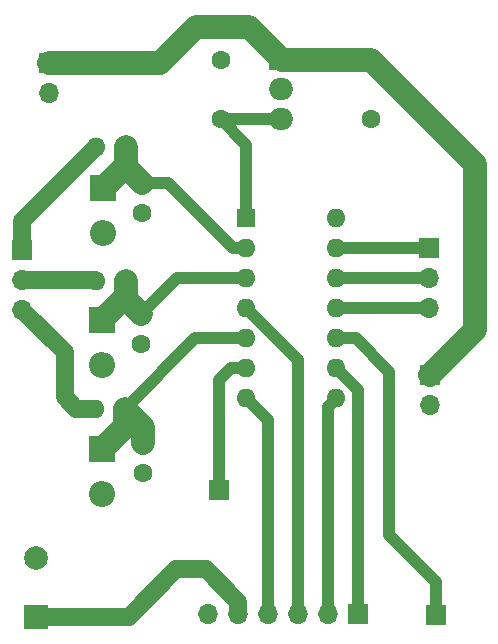
<source format=gbl>
G04 #@! TF.GenerationSoftware,KiCad,Pcbnew,7.0.7*
G04 #@! TF.CreationDate,2023-09-08T10:26:21-07:00*
G04 #@! TF.ProjectId,TailLights,5461696c-4c69-4676-9874-732e6b696361,rev?*
G04 #@! TF.SameCoordinates,Original*
G04 #@! TF.FileFunction,Copper,L2,Bot*
G04 #@! TF.FilePolarity,Positive*
%FSLAX46Y46*%
G04 Gerber Fmt 4.6, Leading zero omitted, Abs format (unit mm)*
G04 Created by KiCad (PCBNEW 7.0.7) date 2023-09-08 10:26:21*
%MOMM*%
%LPD*%
G01*
G04 APERTURE LIST*
G04 #@! TA.AperFunction,ComponentPad*
%ADD10C,1.600000*%
G04 #@! TD*
G04 #@! TA.AperFunction,ComponentPad*
%ADD11O,1.600000X1.600000*%
G04 #@! TD*
G04 #@! TA.AperFunction,ComponentPad*
%ADD12R,1.700000X1.700000*%
G04 #@! TD*
G04 #@! TA.AperFunction,ComponentPad*
%ADD13O,1.700000X1.700000*%
G04 #@! TD*
G04 #@! TA.AperFunction,ComponentPad*
%ADD14R,2.000000X2.000000*%
G04 #@! TD*
G04 #@! TA.AperFunction,ComponentPad*
%ADD15C,2.000000*%
G04 #@! TD*
G04 #@! TA.AperFunction,ComponentPad*
%ADD16R,1.600000X1.600000*%
G04 #@! TD*
G04 #@! TA.AperFunction,ComponentPad*
%ADD17R,2.000000X1.905000*%
G04 #@! TD*
G04 #@! TA.AperFunction,ComponentPad*
%ADD18O,2.000000X1.905000*%
G04 #@! TD*
G04 #@! TA.AperFunction,ComponentPad*
%ADD19R,2.200000X2.200000*%
G04 #@! TD*
G04 #@! TA.AperFunction,ComponentPad*
%ADD20O,2.200000X2.200000*%
G04 #@! TD*
G04 #@! TA.AperFunction,Conductor*
%ADD21C,1.000000*%
G04 #@! TD*
G04 #@! TA.AperFunction,Conductor*
%ADD22C,2.000000*%
G04 #@! TD*
G04 #@! TA.AperFunction,Conductor*
%ADD23C,1.500000*%
G04 #@! TD*
G04 APERTURE END LIST*
D10*
X69545200Y-63246000D03*
D11*
X69545200Y-60706000D03*
D10*
X68173600Y-68681601D03*
D11*
X65633600Y-68681601D03*
D12*
X87960600Y-86080200D03*
D13*
X85420600Y-86080200D03*
X82880600Y-86080200D03*
X80340600Y-86080200D03*
X77800600Y-86080200D03*
X75260600Y-86080200D03*
D10*
X68275200Y-57861200D03*
D11*
X65735200Y-57861200D03*
D12*
X94538800Y-86156800D03*
D10*
X69646800Y-52120800D03*
D11*
X69646800Y-49580800D03*
D14*
X60655200Y-86309200D03*
D15*
X60655200Y-81309200D03*
D16*
X78486000Y-52578000D03*
D11*
X78486000Y-55118000D03*
X78486000Y-57658000D03*
X78486000Y-60198000D03*
X78486000Y-62738000D03*
X78486000Y-65278000D03*
X78486000Y-67818000D03*
X86106000Y-67818000D03*
X86106000Y-65278000D03*
X86106000Y-62738000D03*
X86106000Y-60198000D03*
X86106000Y-57658000D03*
X86106000Y-55118000D03*
X86106000Y-52578000D03*
D10*
X76352400Y-44196000D03*
X76352400Y-39196000D03*
D17*
X81432400Y-39116000D03*
D18*
X81432400Y-41656000D03*
X81432400Y-44196000D03*
D10*
X68275200Y-46532800D03*
D11*
X65735200Y-46532800D03*
D12*
X61797800Y-39390000D03*
D13*
X61797800Y-41930000D03*
D19*
X66243200Y-72125218D03*
D20*
X66243200Y-75935218D03*
D12*
X76200000Y-75590400D03*
D10*
X69697600Y-74168001D03*
D11*
X69697600Y-71628001D03*
D19*
X66243200Y-61152417D03*
D20*
X66243200Y-64962417D03*
D12*
X59486800Y-55219600D03*
D13*
X59486800Y-57759600D03*
X59486800Y-60299600D03*
D12*
X94030800Y-65836800D03*
D13*
X94030800Y-68376800D03*
D19*
X66344800Y-50027217D03*
D20*
X66344800Y-53837217D03*
D12*
X93929200Y-55118000D03*
D13*
X93929200Y-57658000D03*
X93929200Y-60198000D03*
D10*
X89052400Y-39196000D03*
X89052400Y-44196000D03*
D21*
X81512400Y-39196000D02*
X81432400Y-39116000D01*
D22*
X71201600Y-39390000D02*
X61797800Y-39390000D01*
X74218800Y-36372800D02*
X71201600Y-39390000D01*
X81432400Y-39116000D02*
X78689200Y-36372800D01*
X89052400Y-39196000D02*
X81512400Y-39196000D01*
X97840800Y-47984400D02*
X89052400Y-39196000D01*
X78689200Y-36372800D02*
X74218800Y-36372800D01*
X97840800Y-62026800D02*
X97840800Y-47984400D01*
X94030800Y-65836800D02*
X97840800Y-62026800D01*
D21*
X78486000Y-52578000D02*
X78486000Y-46329600D01*
X78486000Y-46329600D02*
X76352400Y-44196000D01*
X81432400Y-44196000D02*
X76352400Y-44196000D01*
D23*
X68529200Y-86309200D02*
X72542400Y-82296000D01*
X75031600Y-82296000D02*
X77800600Y-85065000D01*
X72542400Y-82296000D02*
X75031600Y-82296000D01*
X77800600Y-85065000D02*
X77800600Y-86080200D01*
X60655200Y-86309200D02*
X68529200Y-86309200D01*
D21*
X77354630Y-55118000D02*
X71817430Y-49580800D01*
D22*
X68275200Y-46532800D02*
X68275200Y-48209200D01*
X66344800Y-50027217D02*
X68275200Y-48096817D01*
X68275200Y-48096817D02*
X68275200Y-46532800D01*
X68275200Y-48209200D02*
X69646800Y-49580800D01*
D21*
X78486000Y-55118000D02*
X77354630Y-55118000D01*
X71817430Y-49580800D02*
X69646800Y-49580800D01*
D22*
X66243200Y-61152417D02*
X68275200Y-59120417D01*
D21*
X72593200Y-57658000D02*
X69545200Y-60706000D01*
D22*
X68275200Y-59120417D02*
X68275200Y-57861200D01*
X68275200Y-57861200D02*
X68275200Y-59436000D01*
X68275200Y-59436000D02*
X69545200Y-60706000D01*
D21*
X78486000Y-57658000D02*
X72593200Y-57658000D01*
X78486000Y-62738000D02*
X74117201Y-62738000D01*
D22*
X69697600Y-70205601D02*
X68173600Y-68681601D01*
X69697600Y-71628001D02*
X69697600Y-70205601D01*
D21*
X74117201Y-62738000D02*
X68173600Y-68681601D01*
D22*
X66243200Y-72125218D02*
X68173600Y-70194818D01*
X68173600Y-70194818D02*
X68173600Y-68681601D01*
D23*
X59486800Y-52781200D02*
X65735200Y-46532800D01*
X59486800Y-55219600D02*
X59486800Y-52781200D01*
D21*
X65633600Y-57759600D02*
X65735200Y-57861200D01*
D23*
X59486800Y-57759600D02*
X65633600Y-57759600D01*
X63093600Y-67716400D02*
X64058801Y-68681601D01*
X64058801Y-68681601D02*
X65633600Y-68681601D01*
X59486800Y-60299600D02*
X63093600Y-63906400D01*
X63093600Y-63906400D02*
X63093600Y-67716400D01*
D21*
X82880600Y-64592600D02*
X78486000Y-60198000D01*
X82880600Y-86080200D02*
X82880600Y-64592600D01*
X80340600Y-86080200D02*
X80340600Y-69672600D01*
X80340600Y-69672600D02*
X78486000Y-67818000D01*
X85420600Y-86080200D02*
X85420600Y-68503400D01*
X85420600Y-68503400D02*
X86106000Y-67818000D01*
X87960600Y-67132600D02*
X86106000Y-65278000D01*
X87960600Y-86080200D02*
X87960600Y-67132600D01*
X86106000Y-60198000D02*
X93929200Y-60198000D01*
X86106000Y-57658000D02*
X93929200Y-57658000D01*
X86106000Y-55118000D02*
X93929200Y-55118000D01*
X76200000Y-66243200D02*
X76200000Y-75590400D01*
X77165200Y-65278000D02*
X76200000Y-66243200D01*
X78486000Y-65278000D02*
X77165200Y-65278000D01*
X94538800Y-83362800D02*
X94538800Y-86156800D01*
X87731600Y-62738000D02*
X90576400Y-65582800D01*
X90576400Y-79400400D02*
X94538800Y-83362800D01*
X86106000Y-62738000D02*
X87731600Y-62738000D01*
X90576400Y-65582800D02*
X90576400Y-79400400D01*
M02*

</source>
